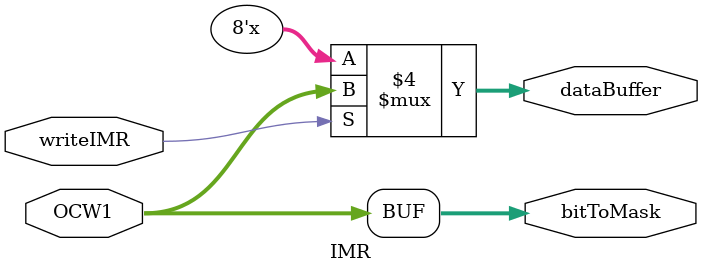
<source format=v>
/**
* @brief Interrupt Mask Register (IMR) 8-bit register which contains 
* the interrupt request lines which are masked.
* 
* - This module is conneted to the OCW1 line to know which IR is masked.
* - Connected to the control logic with writeIMR signal, if it is active, the IMW 
* valuse are printed to the dataBuffer so the cpu read it.
* - bitToMask is connected to the IRR module, if a bit is one, than the corresponding 
* IR is masked and rejected.
* - dataBuffer lines are connected to the Data Buffer module.
*/
module IMR(
  input wire [7:0] OCW1,
  input wire writeIMR,
  output wire [7:0] bitToMask,
  output reg [7:0] dataBuffer
);
//compinational circuit.
assign bitToMask = OCW1;

//Async circuit.
always@ (writeIMR) begin
  if(writeIMR == 1)
    dataBuffer <= OCW1;
  else
    dataBuffer <= 8'bz;
end

endmodule
</source>
